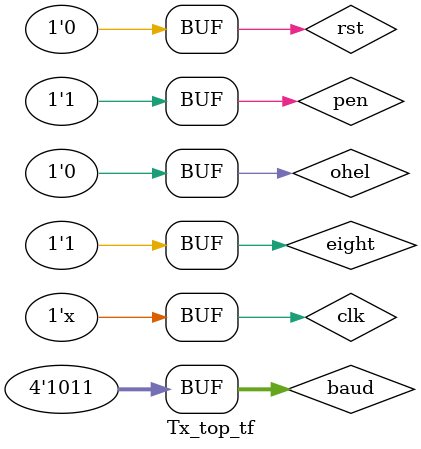
<source format=v>
`timescale 1ns / 1ps


module Tx_top_tf;

	// Inputs
	reg clk;
	reg rst;
	reg eight;
	reg pen;
	reg ohel;
	reg [3:0] baud;

	// Outputs
	wire [15:0] reads;
	wire [15:0] writes;
	wire [15:0] leds;
	wire Tx;

	// Instantiate the Unit Under Test (UUT)
	Tx_top uut (
		.clk(clk), 
		.rst(rst), 
		.eight(eight), 
		.pen(pen), 
		.ohel(ohel), 
		.baud(baud), 
		.reads(reads), 
		.writes(writes), 
		.leds(leds), 
		.Tx(Tx)
	);
	always #5 clk = ~clk;
	
	initial begin
		// Initialize Inputs
		clk = 0;
		rst = 1;
		eight = 1;
		pen = 1;
		ohel = 0;
		baud = 4'b1011;

		// Wait 100 ns for global reset to finish
		#100;
		
		rst = 0; 
		
		
        
		// Add stimulus here

	end
      
endmodule


</source>
